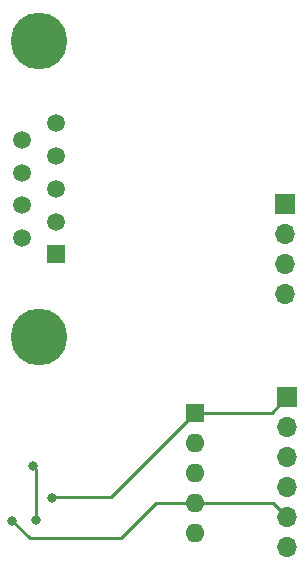
<source format=gbl>
%TF.GenerationSoftware,KiCad,Pcbnew,(6.0.9)*%
%TF.CreationDate,2022-11-23T00:56:17+01:00*%
%TF.ProjectId,Testapparaat_io,54657374-6170-4706-9172-6161745f696f,rev?*%
%TF.SameCoordinates,Original*%
%TF.FileFunction,Copper,L2,Bot*%
%TF.FilePolarity,Positive*%
%FSLAX46Y46*%
G04 Gerber Fmt 4.6, Leading zero omitted, Abs format (unit mm)*
G04 Created by KiCad (PCBNEW (6.0.9)) date 2022-11-23 00:56:17*
%MOMM*%
%LPD*%
G01*
G04 APERTURE LIST*
%TA.AperFunction,ComponentPad*%
%ADD10R,1.600000X1.600000*%
%TD*%
%TA.AperFunction,ComponentPad*%
%ADD11O,1.600000X1.600000*%
%TD*%
%TA.AperFunction,ComponentPad*%
%ADD12R,1.500000X1.500000*%
%TD*%
%TA.AperFunction,ComponentPad*%
%ADD13C,1.500000*%
%TD*%
%TA.AperFunction,ComponentPad*%
%ADD14C,4.800000*%
%TD*%
%TA.AperFunction,ComponentPad*%
%ADD15R,1.700000X1.700000*%
%TD*%
%TA.AperFunction,ComponentPad*%
%ADD16O,1.700000X1.700000*%
%TD*%
%TA.AperFunction,ViaPad*%
%ADD17C,0.800000*%
%TD*%
%TA.AperFunction,Conductor*%
%ADD18C,0.250000*%
%TD*%
G04 APERTURE END LIST*
D10*
X143550000Y-73000000D03*
D11*
X143550000Y-75540000D03*
X143550000Y-78080000D03*
X143550000Y-80620000D03*
X143550000Y-83160000D03*
D12*
X131750000Y-59550000D03*
D13*
X131750000Y-56778000D03*
X131750000Y-54005000D03*
X131750000Y-51233000D03*
X131750000Y-48460000D03*
X128910000Y-58164000D03*
X128910000Y-55391000D03*
X128910000Y-52619000D03*
X128910000Y-49846000D03*
D14*
X130330000Y-66500000D03*
X130330000Y-41510000D03*
D15*
X151375000Y-71650000D03*
D16*
X151375000Y-74190000D03*
X151375000Y-76730000D03*
X151375000Y-79270000D03*
X151375000Y-81810000D03*
X151375000Y-84350000D03*
D15*
X151183000Y-55317000D03*
D16*
X151183000Y-57857000D03*
X151183000Y-60397000D03*
X151183000Y-62937000D03*
D17*
X131400000Y-80150000D03*
X129850000Y-77500000D03*
X130050000Y-82000000D03*
X128050000Y-82100000D03*
D18*
X143550000Y-73000000D02*
X150025000Y-73000000D01*
X150025000Y-73000000D02*
X151375000Y-71650000D01*
X143550000Y-73000000D02*
X136450000Y-80100000D01*
X136450000Y-80100000D02*
X131450000Y-80100000D01*
X131450000Y-80100000D02*
X131400000Y-80150000D01*
X130050000Y-77700000D02*
X129850000Y-77500000D01*
X130050000Y-82000000D02*
X130050000Y-77700000D01*
X140280000Y-80620000D02*
X143550000Y-80620000D01*
X150185000Y-80620000D02*
X151375000Y-81810000D01*
X137300000Y-83600000D02*
X140280000Y-80620000D01*
X128050000Y-82100000D02*
X129550000Y-83600000D01*
X129550000Y-83600000D02*
X137300000Y-83600000D01*
X143550000Y-80620000D02*
X150185000Y-80620000D01*
M02*

</source>
